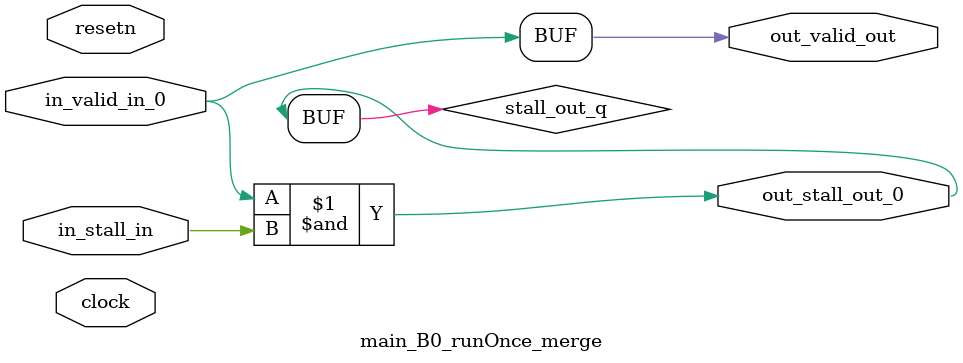
<source format=sv>



(* altera_attribute = "-name AUTO_SHIFT_REGISTER_RECOGNITION OFF; -name MESSAGE_DISABLE 10036; -name MESSAGE_DISABLE 10037; -name MESSAGE_DISABLE 14130; -name MESSAGE_DISABLE 14320; -name MESSAGE_DISABLE 15400; -name MESSAGE_DISABLE 14130; -name MESSAGE_DISABLE 10036; -name MESSAGE_DISABLE 12020; -name MESSAGE_DISABLE 12030; -name MESSAGE_DISABLE 12010; -name MESSAGE_DISABLE 12110; -name MESSAGE_DISABLE 14320; -name MESSAGE_DISABLE 13410; -name MESSAGE_DISABLE 113007; -name MESSAGE_DISABLE 10958" *)
module main_B0_runOnce_merge (
    input wire [0:0] in_stall_in,
    input wire [0:0] in_valid_in_0,
    output wire [0:0] out_stall_out_0,
    output wire [0:0] out_valid_out,
    input wire clock,
    input wire resetn
    );

    wire [0:0] stall_out_q;


    // stall_out(LOGICAL,6)
    assign stall_out_q = in_valid_in_0 & in_stall_in;

    // out_stall_out_0(GPOUT,4)
    assign out_stall_out_0 = stall_out_q;

    // out_valid_out(GPOUT,5)
    assign out_valid_out = in_valid_in_0;

endmodule

</source>
